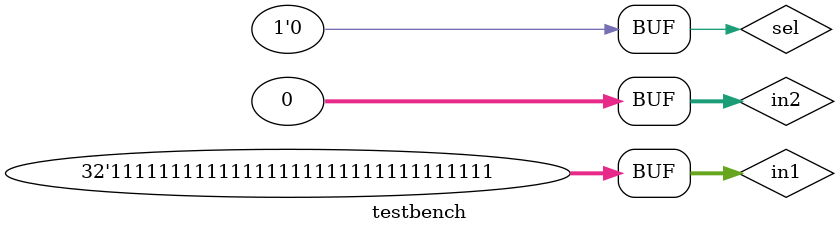
<source format=v>
module mux21_32(out,in1,in2,sel);
input [0:31]in1,in2;
input sel;
output [0:31]out;
reg [0:31]out;
always@(in1 or in2 or sel)
begin
if(sel==0) out=in1;
else out=in2;


end
endmodule


module testbench;
reg [0:31]in1,in2;
reg sel;
wire [0:31]out;
mux21_32 m(out,in1,in2,sel);
initial
begin
$monitor ($time,"|in1=%b|in2=%b|sel=%b|out=%b",in1,in2,sel,out);
in1=32'b11111111111111111111111111111111;
in2=32'b00000000000000000000000000000000;
#2 sel=1'b0;
#5 sel=1'b1;
#10 sel =1'b0;
end
endmodule
</source>
